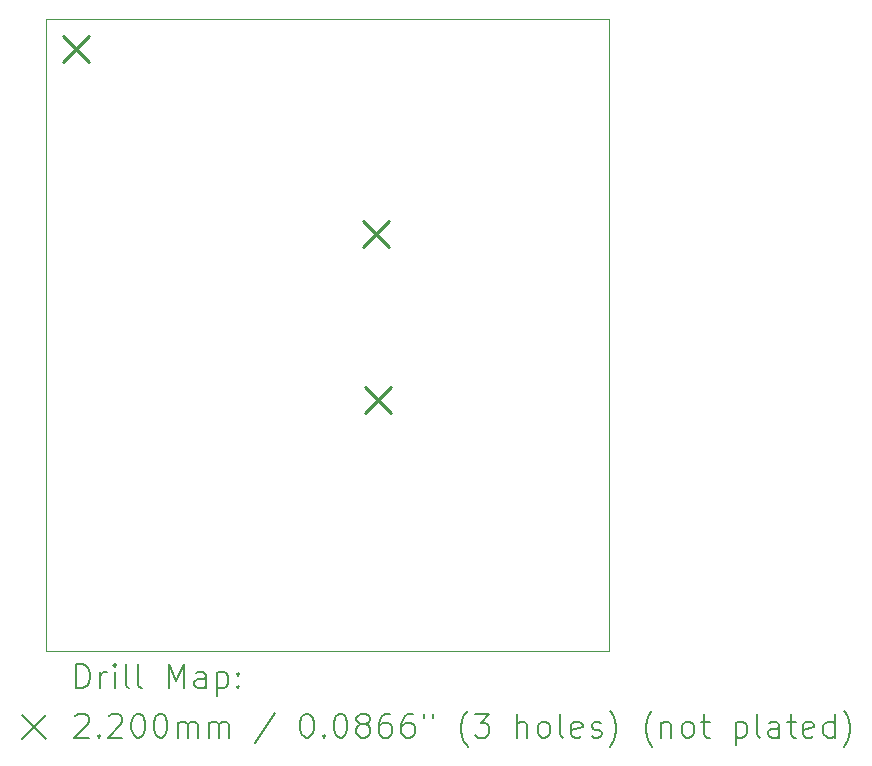
<source format=gbr>
%TF.GenerationSoftware,KiCad,Pcbnew,7.0.7*%
%TF.CreationDate,2024-03-27T23:01:23-04:00*%
%TF.ProjectId,pneu_pwr_brd,706e6575-5f70-4777-925f-6272642e6b69,rev?*%
%TF.SameCoordinates,Original*%
%TF.FileFunction,Drillmap*%
%TF.FilePolarity,Positive*%
%FSLAX45Y45*%
G04 Gerber Fmt 4.5, Leading zero omitted, Abs format (unit mm)*
G04 Created by KiCad (PCBNEW 7.0.7) date 2024-03-27 23:01:23*
%MOMM*%
%LPD*%
G01*
G04 APERTURE LIST*
%ADD10C,0.100000*%
%ADD11C,0.200000*%
%ADD12C,0.220000*%
G04 APERTURE END LIST*
D10*
X13728700Y-5092700D02*
X18491200Y-5092700D01*
X18491200Y-10439400D01*
X13728700Y-10439400D01*
X13728700Y-5092700D01*
D11*
D12*
X13872700Y-5236700D02*
X14092700Y-5456700D01*
X14092700Y-5236700D02*
X13872700Y-5456700D01*
X16412700Y-6798800D02*
X16632700Y-7018800D01*
X16632700Y-6798800D02*
X16412700Y-7018800D01*
X16425400Y-8208500D02*
X16645400Y-8428500D01*
X16645400Y-8208500D02*
X16425400Y-8428500D01*
D11*
X13984477Y-10755884D02*
X13984477Y-10555884D01*
X13984477Y-10555884D02*
X14032096Y-10555884D01*
X14032096Y-10555884D02*
X14060667Y-10565408D01*
X14060667Y-10565408D02*
X14079715Y-10584455D01*
X14079715Y-10584455D02*
X14089239Y-10603503D01*
X14089239Y-10603503D02*
X14098762Y-10641598D01*
X14098762Y-10641598D02*
X14098762Y-10670170D01*
X14098762Y-10670170D02*
X14089239Y-10708265D01*
X14089239Y-10708265D02*
X14079715Y-10727312D01*
X14079715Y-10727312D02*
X14060667Y-10746360D01*
X14060667Y-10746360D02*
X14032096Y-10755884D01*
X14032096Y-10755884D02*
X13984477Y-10755884D01*
X14184477Y-10755884D02*
X14184477Y-10622550D01*
X14184477Y-10660646D02*
X14194001Y-10641598D01*
X14194001Y-10641598D02*
X14203524Y-10632074D01*
X14203524Y-10632074D02*
X14222572Y-10622550D01*
X14222572Y-10622550D02*
X14241620Y-10622550D01*
X14308286Y-10755884D02*
X14308286Y-10622550D01*
X14308286Y-10555884D02*
X14298762Y-10565408D01*
X14298762Y-10565408D02*
X14308286Y-10574931D01*
X14308286Y-10574931D02*
X14317810Y-10565408D01*
X14317810Y-10565408D02*
X14308286Y-10555884D01*
X14308286Y-10555884D02*
X14308286Y-10574931D01*
X14432096Y-10755884D02*
X14413048Y-10746360D01*
X14413048Y-10746360D02*
X14403524Y-10727312D01*
X14403524Y-10727312D02*
X14403524Y-10555884D01*
X14536858Y-10755884D02*
X14517810Y-10746360D01*
X14517810Y-10746360D02*
X14508286Y-10727312D01*
X14508286Y-10727312D02*
X14508286Y-10555884D01*
X14765429Y-10755884D02*
X14765429Y-10555884D01*
X14765429Y-10555884D02*
X14832096Y-10698741D01*
X14832096Y-10698741D02*
X14898762Y-10555884D01*
X14898762Y-10555884D02*
X14898762Y-10755884D01*
X15079715Y-10755884D02*
X15079715Y-10651122D01*
X15079715Y-10651122D02*
X15070191Y-10632074D01*
X15070191Y-10632074D02*
X15051143Y-10622550D01*
X15051143Y-10622550D02*
X15013048Y-10622550D01*
X15013048Y-10622550D02*
X14994001Y-10632074D01*
X15079715Y-10746360D02*
X15060667Y-10755884D01*
X15060667Y-10755884D02*
X15013048Y-10755884D01*
X15013048Y-10755884D02*
X14994001Y-10746360D01*
X14994001Y-10746360D02*
X14984477Y-10727312D01*
X14984477Y-10727312D02*
X14984477Y-10708265D01*
X14984477Y-10708265D02*
X14994001Y-10689217D01*
X14994001Y-10689217D02*
X15013048Y-10679693D01*
X15013048Y-10679693D02*
X15060667Y-10679693D01*
X15060667Y-10679693D02*
X15079715Y-10670170D01*
X15174953Y-10622550D02*
X15174953Y-10822550D01*
X15174953Y-10632074D02*
X15194001Y-10622550D01*
X15194001Y-10622550D02*
X15232096Y-10622550D01*
X15232096Y-10622550D02*
X15251143Y-10632074D01*
X15251143Y-10632074D02*
X15260667Y-10641598D01*
X15260667Y-10641598D02*
X15270191Y-10660646D01*
X15270191Y-10660646D02*
X15270191Y-10717789D01*
X15270191Y-10717789D02*
X15260667Y-10736836D01*
X15260667Y-10736836D02*
X15251143Y-10746360D01*
X15251143Y-10746360D02*
X15232096Y-10755884D01*
X15232096Y-10755884D02*
X15194001Y-10755884D01*
X15194001Y-10755884D02*
X15174953Y-10746360D01*
X15355905Y-10736836D02*
X15365429Y-10746360D01*
X15365429Y-10746360D02*
X15355905Y-10755884D01*
X15355905Y-10755884D02*
X15346382Y-10746360D01*
X15346382Y-10746360D02*
X15355905Y-10736836D01*
X15355905Y-10736836D02*
X15355905Y-10755884D01*
X15355905Y-10632074D02*
X15365429Y-10641598D01*
X15365429Y-10641598D02*
X15355905Y-10651122D01*
X15355905Y-10651122D02*
X15346382Y-10641598D01*
X15346382Y-10641598D02*
X15355905Y-10632074D01*
X15355905Y-10632074D02*
X15355905Y-10651122D01*
X13523700Y-10984400D02*
X13723700Y-11184400D01*
X13723700Y-10984400D02*
X13523700Y-11184400D01*
X13974953Y-10994931D02*
X13984477Y-10985408D01*
X13984477Y-10985408D02*
X14003524Y-10975884D01*
X14003524Y-10975884D02*
X14051143Y-10975884D01*
X14051143Y-10975884D02*
X14070191Y-10985408D01*
X14070191Y-10985408D02*
X14079715Y-10994931D01*
X14079715Y-10994931D02*
X14089239Y-11013979D01*
X14089239Y-11013979D02*
X14089239Y-11033027D01*
X14089239Y-11033027D02*
X14079715Y-11061598D01*
X14079715Y-11061598D02*
X13965429Y-11175884D01*
X13965429Y-11175884D02*
X14089239Y-11175884D01*
X14174953Y-11156836D02*
X14184477Y-11166360D01*
X14184477Y-11166360D02*
X14174953Y-11175884D01*
X14174953Y-11175884D02*
X14165429Y-11166360D01*
X14165429Y-11166360D02*
X14174953Y-11156836D01*
X14174953Y-11156836D02*
X14174953Y-11175884D01*
X14260667Y-10994931D02*
X14270191Y-10985408D01*
X14270191Y-10985408D02*
X14289239Y-10975884D01*
X14289239Y-10975884D02*
X14336858Y-10975884D01*
X14336858Y-10975884D02*
X14355905Y-10985408D01*
X14355905Y-10985408D02*
X14365429Y-10994931D01*
X14365429Y-10994931D02*
X14374953Y-11013979D01*
X14374953Y-11013979D02*
X14374953Y-11033027D01*
X14374953Y-11033027D02*
X14365429Y-11061598D01*
X14365429Y-11061598D02*
X14251143Y-11175884D01*
X14251143Y-11175884D02*
X14374953Y-11175884D01*
X14498762Y-10975884D02*
X14517810Y-10975884D01*
X14517810Y-10975884D02*
X14536858Y-10985408D01*
X14536858Y-10985408D02*
X14546382Y-10994931D01*
X14546382Y-10994931D02*
X14555905Y-11013979D01*
X14555905Y-11013979D02*
X14565429Y-11052074D01*
X14565429Y-11052074D02*
X14565429Y-11099693D01*
X14565429Y-11099693D02*
X14555905Y-11137789D01*
X14555905Y-11137789D02*
X14546382Y-11156836D01*
X14546382Y-11156836D02*
X14536858Y-11166360D01*
X14536858Y-11166360D02*
X14517810Y-11175884D01*
X14517810Y-11175884D02*
X14498762Y-11175884D01*
X14498762Y-11175884D02*
X14479715Y-11166360D01*
X14479715Y-11166360D02*
X14470191Y-11156836D01*
X14470191Y-11156836D02*
X14460667Y-11137789D01*
X14460667Y-11137789D02*
X14451143Y-11099693D01*
X14451143Y-11099693D02*
X14451143Y-11052074D01*
X14451143Y-11052074D02*
X14460667Y-11013979D01*
X14460667Y-11013979D02*
X14470191Y-10994931D01*
X14470191Y-10994931D02*
X14479715Y-10985408D01*
X14479715Y-10985408D02*
X14498762Y-10975884D01*
X14689239Y-10975884D02*
X14708286Y-10975884D01*
X14708286Y-10975884D02*
X14727334Y-10985408D01*
X14727334Y-10985408D02*
X14736858Y-10994931D01*
X14736858Y-10994931D02*
X14746382Y-11013979D01*
X14746382Y-11013979D02*
X14755905Y-11052074D01*
X14755905Y-11052074D02*
X14755905Y-11099693D01*
X14755905Y-11099693D02*
X14746382Y-11137789D01*
X14746382Y-11137789D02*
X14736858Y-11156836D01*
X14736858Y-11156836D02*
X14727334Y-11166360D01*
X14727334Y-11166360D02*
X14708286Y-11175884D01*
X14708286Y-11175884D02*
X14689239Y-11175884D01*
X14689239Y-11175884D02*
X14670191Y-11166360D01*
X14670191Y-11166360D02*
X14660667Y-11156836D01*
X14660667Y-11156836D02*
X14651143Y-11137789D01*
X14651143Y-11137789D02*
X14641620Y-11099693D01*
X14641620Y-11099693D02*
X14641620Y-11052074D01*
X14641620Y-11052074D02*
X14651143Y-11013979D01*
X14651143Y-11013979D02*
X14660667Y-10994931D01*
X14660667Y-10994931D02*
X14670191Y-10985408D01*
X14670191Y-10985408D02*
X14689239Y-10975884D01*
X14841620Y-11175884D02*
X14841620Y-11042550D01*
X14841620Y-11061598D02*
X14851143Y-11052074D01*
X14851143Y-11052074D02*
X14870191Y-11042550D01*
X14870191Y-11042550D02*
X14898763Y-11042550D01*
X14898763Y-11042550D02*
X14917810Y-11052074D01*
X14917810Y-11052074D02*
X14927334Y-11071122D01*
X14927334Y-11071122D02*
X14927334Y-11175884D01*
X14927334Y-11071122D02*
X14936858Y-11052074D01*
X14936858Y-11052074D02*
X14955905Y-11042550D01*
X14955905Y-11042550D02*
X14984477Y-11042550D01*
X14984477Y-11042550D02*
X15003524Y-11052074D01*
X15003524Y-11052074D02*
X15013048Y-11071122D01*
X15013048Y-11071122D02*
X15013048Y-11175884D01*
X15108286Y-11175884D02*
X15108286Y-11042550D01*
X15108286Y-11061598D02*
X15117810Y-11052074D01*
X15117810Y-11052074D02*
X15136858Y-11042550D01*
X15136858Y-11042550D02*
X15165429Y-11042550D01*
X15165429Y-11042550D02*
X15184477Y-11052074D01*
X15184477Y-11052074D02*
X15194001Y-11071122D01*
X15194001Y-11071122D02*
X15194001Y-11175884D01*
X15194001Y-11071122D02*
X15203524Y-11052074D01*
X15203524Y-11052074D02*
X15222572Y-11042550D01*
X15222572Y-11042550D02*
X15251143Y-11042550D01*
X15251143Y-11042550D02*
X15270191Y-11052074D01*
X15270191Y-11052074D02*
X15279715Y-11071122D01*
X15279715Y-11071122D02*
X15279715Y-11175884D01*
X15670191Y-10966360D02*
X15498763Y-11223503D01*
X15927334Y-10975884D02*
X15946382Y-10975884D01*
X15946382Y-10975884D02*
X15965429Y-10985408D01*
X15965429Y-10985408D02*
X15974953Y-10994931D01*
X15974953Y-10994931D02*
X15984477Y-11013979D01*
X15984477Y-11013979D02*
X15994001Y-11052074D01*
X15994001Y-11052074D02*
X15994001Y-11099693D01*
X15994001Y-11099693D02*
X15984477Y-11137789D01*
X15984477Y-11137789D02*
X15974953Y-11156836D01*
X15974953Y-11156836D02*
X15965429Y-11166360D01*
X15965429Y-11166360D02*
X15946382Y-11175884D01*
X15946382Y-11175884D02*
X15927334Y-11175884D01*
X15927334Y-11175884D02*
X15908286Y-11166360D01*
X15908286Y-11166360D02*
X15898763Y-11156836D01*
X15898763Y-11156836D02*
X15889239Y-11137789D01*
X15889239Y-11137789D02*
X15879715Y-11099693D01*
X15879715Y-11099693D02*
X15879715Y-11052074D01*
X15879715Y-11052074D02*
X15889239Y-11013979D01*
X15889239Y-11013979D02*
X15898763Y-10994931D01*
X15898763Y-10994931D02*
X15908286Y-10985408D01*
X15908286Y-10985408D02*
X15927334Y-10975884D01*
X16079715Y-11156836D02*
X16089239Y-11166360D01*
X16089239Y-11166360D02*
X16079715Y-11175884D01*
X16079715Y-11175884D02*
X16070191Y-11166360D01*
X16070191Y-11166360D02*
X16079715Y-11156836D01*
X16079715Y-11156836D02*
X16079715Y-11175884D01*
X16213048Y-10975884D02*
X16232096Y-10975884D01*
X16232096Y-10975884D02*
X16251144Y-10985408D01*
X16251144Y-10985408D02*
X16260667Y-10994931D01*
X16260667Y-10994931D02*
X16270191Y-11013979D01*
X16270191Y-11013979D02*
X16279715Y-11052074D01*
X16279715Y-11052074D02*
X16279715Y-11099693D01*
X16279715Y-11099693D02*
X16270191Y-11137789D01*
X16270191Y-11137789D02*
X16260667Y-11156836D01*
X16260667Y-11156836D02*
X16251144Y-11166360D01*
X16251144Y-11166360D02*
X16232096Y-11175884D01*
X16232096Y-11175884D02*
X16213048Y-11175884D01*
X16213048Y-11175884D02*
X16194001Y-11166360D01*
X16194001Y-11166360D02*
X16184477Y-11156836D01*
X16184477Y-11156836D02*
X16174953Y-11137789D01*
X16174953Y-11137789D02*
X16165429Y-11099693D01*
X16165429Y-11099693D02*
X16165429Y-11052074D01*
X16165429Y-11052074D02*
X16174953Y-11013979D01*
X16174953Y-11013979D02*
X16184477Y-10994931D01*
X16184477Y-10994931D02*
X16194001Y-10985408D01*
X16194001Y-10985408D02*
X16213048Y-10975884D01*
X16394001Y-11061598D02*
X16374953Y-11052074D01*
X16374953Y-11052074D02*
X16365429Y-11042550D01*
X16365429Y-11042550D02*
X16355906Y-11023503D01*
X16355906Y-11023503D02*
X16355906Y-11013979D01*
X16355906Y-11013979D02*
X16365429Y-10994931D01*
X16365429Y-10994931D02*
X16374953Y-10985408D01*
X16374953Y-10985408D02*
X16394001Y-10975884D01*
X16394001Y-10975884D02*
X16432096Y-10975884D01*
X16432096Y-10975884D02*
X16451144Y-10985408D01*
X16451144Y-10985408D02*
X16460667Y-10994931D01*
X16460667Y-10994931D02*
X16470191Y-11013979D01*
X16470191Y-11013979D02*
X16470191Y-11023503D01*
X16470191Y-11023503D02*
X16460667Y-11042550D01*
X16460667Y-11042550D02*
X16451144Y-11052074D01*
X16451144Y-11052074D02*
X16432096Y-11061598D01*
X16432096Y-11061598D02*
X16394001Y-11061598D01*
X16394001Y-11061598D02*
X16374953Y-11071122D01*
X16374953Y-11071122D02*
X16365429Y-11080646D01*
X16365429Y-11080646D02*
X16355906Y-11099693D01*
X16355906Y-11099693D02*
X16355906Y-11137789D01*
X16355906Y-11137789D02*
X16365429Y-11156836D01*
X16365429Y-11156836D02*
X16374953Y-11166360D01*
X16374953Y-11166360D02*
X16394001Y-11175884D01*
X16394001Y-11175884D02*
X16432096Y-11175884D01*
X16432096Y-11175884D02*
X16451144Y-11166360D01*
X16451144Y-11166360D02*
X16460667Y-11156836D01*
X16460667Y-11156836D02*
X16470191Y-11137789D01*
X16470191Y-11137789D02*
X16470191Y-11099693D01*
X16470191Y-11099693D02*
X16460667Y-11080646D01*
X16460667Y-11080646D02*
X16451144Y-11071122D01*
X16451144Y-11071122D02*
X16432096Y-11061598D01*
X16641620Y-10975884D02*
X16603525Y-10975884D01*
X16603525Y-10975884D02*
X16584477Y-10985408D01*
X16584477Y-10985408D02*
X16574953Y-10994931D01*
X16574953Y-10994931D02*
X16555906Y-11023503D01*
X16555906Y-11023503D02*
X16546382Y-11061598D01*
X16546382Y-11061598D02*
X16546382Y-11137789D01*
X16546382Y-11137789D02*
X16555906Y-11156836D01*
X16555906Y-11156836D02*
X16565429Y-11166360D01*
X16565429Y-11166360D02*
X16584477Y-11175884D01*
X16584477Y-11175884D02*
X16622572Y-11175884D01*
X16622572Y-11175884D02*
X16641620Y-11166360D01*
X16641620Y-11166360D02*
X16651144Y-11156836D01*
X16651144Y-11156836D02*
X16660667Y-11137789D01*
X16660667Y-11137789D02*
X16660667Y-11090170D01*
X16660667Y-11090170D02*
X16651144Y-11071122D01*
X16651144Y-11071122D02*
X16641620Y-11061598D01*
X16641620Y-11061598D02*
X16622572Y-11052074D01*
X16622572Y-11052074D02*
X16584477Y-11052074D01*
X16584477Y-11052074D02*
X16565429Y-11061598D01*
X16565429Y-11061598D02*
X16555906Y-11071122D01*
X16555906Y-11071122D02*
X16546382Y-11090170D01*
X16832096Y-10975884D02*
X16794001Y-10975884D01*
X16794001Y-10975884D02*
X16774953Y-10985408D01*
X16774953Y-10985408D02*
X16765429Y-10994931D01*
X16765429Y-10994931D02*
X16746382Y-11023503D01*
X16746382Y-11023503D02*
X16736858Y-11061598D01*
X16736858Y-11061598D02*
X16736858Y-11137789D01*
X16736858Y-11137789D02*
X16746382Y-11156836D01*
X16746382Y-11156836D02*
X16755906Y-11166360D01*
X16755906Y-11166360D02*
X16774953Y-11175884D01*
X16774953Y-11175884D02*
X16813049Y-11175884D01*
X16813049Y-11175884D02*
X16832096Y-11166360D01*
X16832096Y-11166360D02*
X16841620Y-11156836D01*
X16841620Y-11156836D02*
X16851144Y-11137789D01*
X16851144Y-11137789D02*
X16851144Y-11090170D01*
X16851144Y-11090170D02*
X16841620Y-11071122D01*
X16841620Y-11071122D02*
X16832096Y-11061598D01*
X16832096Y-11061598D02*
X16813049Y-11052074D01*
X16813049Y-11052074D02*
X16774953Y-11052074D01*
X16774953Y-11052074D02*
X16755906Y-11061598D01*
X16755906Y-11061598D02*
X16746382Y-11071122D01*
X16746382Y-11071122D02*
X16736858Y-11090170D01*
X16927334Y-10975884D02*
X16927334Y-11013979D01*
X17003525Y-10975884D02*
X17003525Y-11013979D01*
X17298763Y-11252074D02*
X17289239Y-11242550D01*
X17289239Y-11242550D02*
X17270191Y-11213979D01*
X17270191Y-11213979D02*
X17260668Y-11194931D01*
X17260668Y-11194931D02*
X17251144Y-11166360D01*
X17251144Y-11166360D02*
X17241620Y-11118741D01*
X17241620Y-11118741D02*
X17241620Y-11080646D01*
X17241620Y-11080646D02*
X17251144Y-11033027D01*
X17251144Y-11033027D02*
X17260668Y-11004455D01*
X17260668Y-11004455D02*
X17270191Y-10985408D01*
X17270191Y-10985408D02*
X17289239Y-10956836D01*
X17289239Y-10956836D02*
X17298763Y-10947312D01*
X17355906Y-10975884D02*
X17479715Y-10975884D01*
X17479715Y-10975884D02*
X17413049Y-11052074D01*
X17413049Y-11052074D02*
X17441620Y-11052074D01*
X17441620Y-11052074D02*
X17460668Y-11061598D01*
X17460668Y-11061598D02*
X17470191Y-11071122D01*
X17470191Y-11071122D02*
X17479715Y-11090170D01*
X17479715Y-11090170D02*
X17479715Y-11137789D01*
X17479715Y-11137789D02*
X17470191Y-11156836D01*
X17470191Y-11156836D02*
X17460668Y-11166360D01*
X17460668Y-11166360D02*
X17441620Y-11175884D01*
X17441620Y-11175884D02*
X17384477Y-11175884D01*
X17384477Y-11175884D02*
X17365430Y-11166360D01*
X17365430Y-11166360D02*
X17355906Y-11156836D01*
X17717811Y-11175884D02*
X17717811Y-10975884D01*
X17803525Y-11175884D02*
X17803525Y-11071122D01*
X17803525Y-11071122D02*
X17794001Y-11052074D01*
X17794001Y-11052074D02*
X17774953Y-11042550D01*
X17774953Y-11042550D02*
X17746382Y-11042550D01*
X17746382Y-11042550D02*
X17727334Y-11052074D01*
X17727334Y-11052074D02*
X17717811Y-11061598D01*
X17927334Y-11175884D02*
X17908287Y-11166360D01*
X17908287Y-11166360D02*
X17898763Y-11156836D01*
X17898763Y-11156836D02*
X17889239Y-11137789D01*
X17889239Y-11137789D02*
X17889239Y-11080646D01*
X17889239Y-11080646D02*
X17898763Y-11061598D01*
X17898763Y-11061598D02*
X17908287Y-11052074D01*
X17908287Y-11052074D02*
X17927334Y-11042550D01*
X17927334Y-11042550D02*
X17955906Y-11042550D01*
X17955906Y-11042550D02*
X17974953Y-11052074D01*
X17974953Y-11052074D02*
X17984477Y-11061598D01*
X17984477Y-11061598D02*
X17994001Y-11080646D01*
X17994001Y-11080646D02*
X17994001Y-11137789D01*
X17994001Y-11137789D02*
X17984477Y-11156836D01*
X17984477Y-11156836D02*
X17974953Y-11166360D01*
X17974953Y-11166360D02*
X17955906Y-11175884D01*
X17955906Y-11175884D02*
X17927334Y-11175884D01*
X18108287Y-11175884D02*
X18089239Y-11166360D01*
X18089239Y-11166360D02*
X18079715Y-11147312D01*
X18079715Y-11147312D02*
X18079715Y-10975884D01*
X18260668Y-11166360D02*
X18241620Y-11175884D01*
X18241620Y-11175884D02*
X18203525Y-11175884D01*
X18203525Y-11175884D02*
X18184477Y-11166360D01*
X18184477Y-11166360D02*
X18174953Y-11147312D01*
X18174953Y-11147312D02*
X18174953Y-11071122D01*
X18174953Y-11071122D02*
X18184477Y-11052074D01*
X18184477Y-11052074D02*
X18203525Y-11042550D01*
X18203525Y-11042550D02*
X18241620Y-11042550D01*
X18241620Y-11042550D02*
X18260668Y-11052074D01*
X18260668Y-11052074D02*
X18270192Y-11071122D01*
X18270192Y-11071122D02*
X18270192Y-11090170D01*
X18270192Y-11090170D02*
X18174953Y-11109217D01*
X18346382Y-11166360D02*
X18365430Y-11175884D01*
X18365430Y-11175884D02*
X18403525Y-11175884D01*
X18403525Y-11175884D02*
X18422573Y-11166360D01*
X18422573Y-11166360D02*
X18432096Y-11147312D01*
X18432096Y-11147312D02*
X18432096Y-11137789D01*
X18432096Y-11137789D02*
X18422573Y-11118741D01*
X18422573Y-11118741D02*
X18403525Y-11109217D01*
X18403525Y-11109217D02*
X18374953Y-11109217D01*
X18374953Y-11109217D02*
X18355906Y-11099693D01*
X18355906Y-11099693D02*
X18346382Y-11080646D01*
X18346382Y-11080646D02*
X18346382Y-11071122D01*
X18346382Y-11071122D02*
X18355906Y-11052074D01*
X18355906Y-11052074D02*
X18374953Y-11042550D01*
X18374953Y-11042550D02*
X18403525Y-11042550D01*
X18403525Y-11042550D02*
X18422573Y-11052074D01*
X18498763Y-11252074D02*
X18508287Y-11242550D01*
X18508287Y-11242550D02*
X18527334Y-11213979D01*
X18527334Y-11213979D02*
X18536858Y-11194931D01*
X18536858Y-11194931D02*
X18546382Y-11166360D01*
X18546382Y-11166360D02*
X18555906Y-11118741D01*
X18555906Y-11118741D02*
X18555906Y-11080646D01*
X18555906Y-11080646D02*
X18546382Y-11033027D01*
X18546382Y-11033027D02*
X18536858Y-11004455D01*
X18536858Y-11004455D02*
X18527334Y-10985408D01*
X18527334Y-10985408D02*
X18508287Y-10956836D01*
X18508287Y-10956836D02*
X18498763Y-10947312D01*
X18860668Y-11252074D02*
X18851144Y-11242550D01*
X18851144Y-11242550D02*
X18832096Y-11213979D01*
X18832096Y-11213979D02*
X18822573Y-11194931D01*
X18822573Y-11194931D02*
X18813049Y-11166360D01*
X18813049Y-11166360D02*
X18803525Y-11118741D01*
X18803525Y-11118741D02*
X18803525Y-11080646D01*
X18803525Y-11080646D02*
X18813049Y-11033027D01*
X18813049Y-11033027D02*
X18822573Y-11004455D01*
X18822573Y-11004455D02*
X18832096Y-10985408D01*
X18832096Y-10985408D02*
X18851144Y-10956836D01*
X18851144Y-10956836D02*
X18860668Y-10947312D01*
X18936858Y-11042550D02*
X18936858Y-11175884D01*
X18936858Y-11061598D02*
X18946382Y-11052074D01*
X18946382Y-11052074D02*
X18965430Y-11042550D01*
X18965430Y-11042550D02*
X18994001Y-11042550D01*
X18994001Y-11042550D02*
X19013049Y-11052074D01*
X19013049Y-11052074D02*
X19022573Y-11071122D01*
X19022573Y-11071122D02*
X19022573Y-11175884D01*
X19146382Y-11175884D02*
X19127334Y-11166360D01*
X19127334Y-11166360D02*
X19117811Y-11156836D01*
X19117811Y-11156836D02*
X19108287Y-11137789D01*
X19108287Y-11137789D02*
X19108287Y-11080646D01*
X19108287Y-11080646D02*
X19117811Y-11061598D01*
X19117811Y-11061598D02*
X19127334Y-11052074D01*
X19127334Y-11052074D02*
X19146382Y-11042550D01*
X19146382Y-11042550D02*
X19174954Y-11042550D01*
X19174954Y-11042550D02*
X19194001Y-11052074D01*
X19194001Y-11052074D02*
X19203525Y-11061598D01*
X19203525Y-11061598D02*
X19213049Y-11080646D01*
X19213049Y-11080646D02*
X19213049Y-11137789D01*
X19213049Y-11137789D02*
X19203525Y-11156836D01*
X19203525Y-11156836D02*
X19194001Y-11166360D01*
X19194001Y-11166360D02*
X19174954Y-11175884D01*
X19174954Y-11175884D02*
X19146382Y-11175884D01*
X19270192Y-11042550D02*
X19346382Y-11042550D01*
X19298763Y-10975884D02*
X19298763Y-11147312D01*
X19298763Y-11147312D02*
X19308287Y-11166360D01*
X19308287Y-11166360D02*
X19327334Y-11175884D01*
X19327334Y-11175884D02*
X19346382Y-11175884D01*
X19565430Y-11042550D02*
X19565430Y-11242550D01*
X19565430Y-11052074D02*
X19584477Y-11042550D01*
X19584477Y-11042550D02*
X19622573Y-11042550D01*
X19622573Y-11042550D02*
X19641620Y-11052074D01*
X19641620Y-11052074D02*
X19651144Y-11061598D01*
X19651144Y-11061598D02*
X19660668Y-11080646D01*
X19660668Y-11080646D02*
X19660668Y-11137789D01*
X19660668Y-11137789D02*
X19651144Y-11156836D01*
X19651144Y-11156836D02*
X19641620Y-11166360D01*
X19641620Y-11166360D02*
X19622573Y-11175884D01*
X19622573Y-11175884D02*
X19584477Y-11175884D01*
X19584477Y-11175884D02*
X19565430Y-11166360D01*
X19774954Y-11175884D02*
X19755906Y-11166360D01*
X19755906Y-11166360D02*
X19746382Y-11147312D01*
X19746382Y-11147312D02*
X19746382Y-10975884D01*
X19936858Y-11175884D02*
X19936858Y-11071122D01*
X19936858Y-11071122D02*
X19927335Y-11052074D01*
X19927335Y-11052074D02*
X19908287Y-11042550D01*
X19908287Y-11042550D02*
X19870192Y-11042550D01*
X19870192Y-11042550D02*
X19851144Y-11052074D01*
X19936858Y-11166360D02*
X19917811Y-11175884D01*
X19917811Y-11175884D02*
X19870192Y-11175884D01*
X19870192Y-11175884D02*
X19851144Y-11166360D01*
X19851144Y-11166360D02*
X19841620Y-11147312D01*
X19841620Y-11147312D02*
X19841620Y-11128265D01*
X19841620Y-11128265D02*
X19851144Y-11109217D01*
X19851144Y-11109217D02*
X19870192Y-11099693D01*
X19870192Y-11099693D02*
X19917811Y-11099693D01*
X19917811Y-11099693D02*
X19936858Y-11090170D01*
X20003525Y-11042550D02*
X20079715Y-11042550D01*
X20032096Y-10975884D02*
X20032096Y-11147312D01*
X20032096Y-11147312D02*
X20041620Y-11166360D01*
X20041620Y-11166360D02*
X20060668Y-11175884D01*
X20060668Y-11175884D02*
X20079715Y-11175884D01*
X20222573Y-11166360D02*
X20203525Y-11175884D01*
X20203525Y-11175884D02*
X20165430Y-11175884D01*
X20165430Y-11175884D02*
X20146382Y-11166360D01*
X20146382Y-11166360D02*
X20136858Y-11147312D01*
X20136858Y-11147312D02*
X20136858Y-11071122D01*
X20136858Y-11071122D02*
X20146382Y-11052074D01*
X20146382Y-11052074D02*
X20165430Y-11042550D01*
X20165430Y-11042550D02*
X20203525Y-11042550D01*
X20203525Y-11042550D02*
X20222573Y-11052074D01*
X20222573Y-11052074D02*
X20232096Y-11071122D01*
X20232096Y-11071122D02*
X20232096Y-11090170D01*
X20232096Y-11090170D02*
X20136858Y-11109217D01*
X20403525Y-11175884D02*
X20403525Y-10975884D01*
X20403525Y-11166360D02*
X20384477Y-11175884D01*
X20384477Y-11175884D02*
X20346382Y-11175884D01*
X20346382Y-11175884D02*
X20327335Y-11166360D01*
X20327335Y-11166360D02*
X20317811Y-11156836D01*
X20317811Y-11156836D02*
X20308287Y-11137789D01*
X20308287Y-11137789D02*
X20308287Y-11080646D01*
X20308287Y-11080646D02*
X20317811Y-11061598D01*
X20317811Y-11061598D02*
X20327335Y-11052074D01*
X20327335Y-11052074D02*
X20346382Y-11042550D01*
X20346382Y-11042550D02*
X20384477Y-11042550D01*
X20384477Y-11042550D02*
X20403525Y-11052074D01*
X20479716Y-11252074D02*
X20489239Y-11242550D01*
X20489239Y-11242550D02*
X20508287Y-11213979D01*
X20508287Y-11213979D02*
X20517811Y-11194931D01*
X20517811Y-11194931D02*
X20527335Y-11166360D01*
X20527335Y-11166360D02*
X20536858Y-11118741D01*
X20536858Y-11118741D02*
X20536858Y-11080646D01*
X20536858Y-11080646D02*
X20527335Y-11033027D01*
X20527335Y-11033027D02*
X20517811Y-11004455D01*
X20517811Y-11004455D02*
X20508287Y-10985408D01*
X20508287Y-10985408D02*
X20489239Y-10956836D01*
X20489239Y-10956836D02*
X20479716Y-10947312D01*
M02*

</source>
